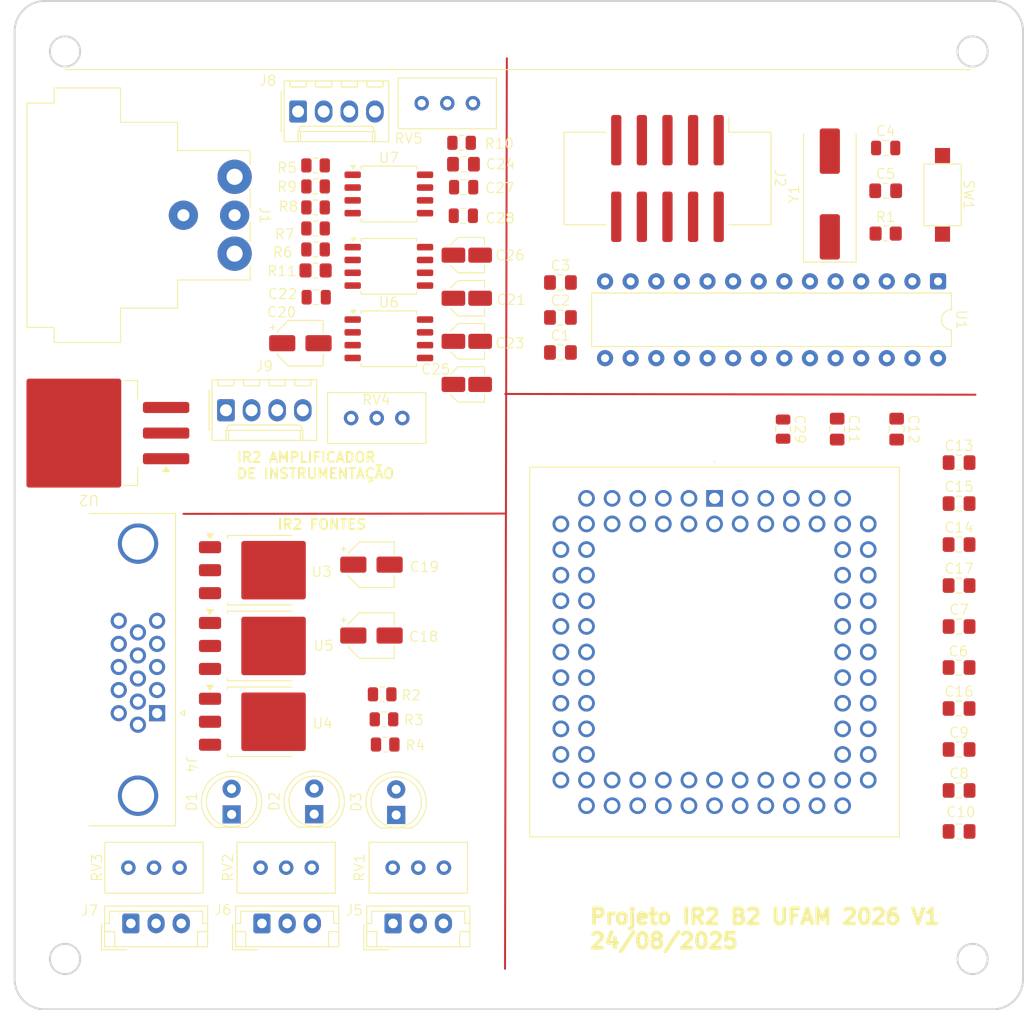
<source format=kicad_pcb>
(kicad_pcb (version 20241229) (generator "pcbnew") (generator_version "9.0")
  (title_block (title "IR2_B2_UFAM") (date "08/08/2025") (rev "V1") (company "UFAM-UFMG"))
  (layers (0 "F.Cu" signal) (2 "B.Cu" signal "B.Cu‏") (13 "F.Paste" user) (15 "B.Paste" user) (5 "F.SilkS" user "F.Silkscreen") (7 "B.SilkS" user "B.Silkscreen") (1 "F.Mask" user) (3 "B.Mask" user) (25 "Edge.Cuts" user))
  (net 0 "")
  (net 1 "Earth")
  (net 2 "/MODO E_RST E_RDR/3,3V")
  (net 3 "Net-(U6-CAP-)")
  (net 4 "Net-(U6-CAP+)")
  (net 5 "Net-(D1-A)")
  (net 6 "Net-(D2-A)")
  (net 7 "Net-(D3-A)")
  (net 8 "/MODO E_RST E_RDR/E_RDR")
  (net 9 "Net-(J3-RST)")
  (net 10 "-8,4V")
  (net 11 "/A0")
  (net 12 "/MODO E_RST E_RDR/E_RST")
  (net 13 "/A2")
  (net 14 "/Módulo Amplificador de Instrumentação/S+")
  (net 15 "/AC0")
  (net 16 "/A1")
  (net 17 "/Fontes/-8,4V")
  (net 18 "/Fontes/V+8,4V_IR2")
  (net 19 "/Fontes/V+8,4V_ATMEGA")
  (net 20 "/Fontes/V+8,4V_RST_RDR")
  (net 21 "/Módulo Amplificador de Instrumentação/VOUT")
  (net 22 "/Módulo Amplificador de Instrumentação/S-")
  (net 23 "Net-(R6-Pad1)")
  (net 24 "Net-(R7-Pad2)")
  (net 25 "Net-(R10-Pad1)")
  (net 26 "Net-(R10-Pad2)")
  (net 27 "/MODO E_RST E_RDR/V_LOAD")
  (net 32 "Net-(U1-XTAL2{slash}PB7)")
  (net 34 "/SCK")
  (net 35 "/Módulo Amplificador de Instrumentação/VIN")
  (net 36 "Net-(U1-XTAL1{slash}PB6)")
  (net 39 "2,5V")
  (net 40 "/MISO")
  (net 41 "Net-(U2-VO)")
  (net 44 "1,4V")
  (net 45 "3,3V")
  (net 46 "/RESET")
  (net 47 "Net-(U7--)")
  (net 48 "+8,4V")
  (net 49 "/RWS")
  (net 125 "/Fontes/+3,3V(IR2)")
  (net 126 "/AC1")
  (net 127 "/AC2")
  (net 128 "Net-(J3-RDR)")
  (net 130 "Net-(U7-+)")
  (net 133 "Net-(U8-2IN+)")
  (net 134 "Net-(U8-1IN+)")
  (net 135 "Net-(U7-Ref)")
  (net 136 "Net-(IC1-2IN+)")
  (net 137 "Net-(IC1-2IN-)")
  (net 138 "Net-(IC1-1IN+)")
  (footprint "Capacitor_SMD:C_0805_2012Metric_Pad1.18x1.45mm_HandSolder" (layer "F.Cu") (at 218.8425 105.662)
    (property "Reference" "C6" (at -0.0625 -1.6 0) (layer "F.SilkS") (effects (font (thickness 0.1))))
    (property "Value" "100nF")
    (pad "1" smd roundrect (at -1.0375 0) (size 1.175 1.45) (layers "F.Cu" "F.Mask" "F.Paste") (roundrect_rratio 0.212766) (net 125 "/Fontes/+3,3V(IR2)"))
    (pad "2" smd roundrect (at 1.0375 0) (size 1.175 1.45) (layers "F.Cu" "F.Mask" "F.Paste") (roundrect_rratio 0.212766) (net 1 "Earth"))
  )
  (footprint "Package_SO:SOIC-8_5.3x5.3mm_P1.27mm" (layer "F.Cu") (at 162.295 58.7)
    (property "Reference" "U7" (at 0 -3.6 0) (layer "F.SilkS") (effects (font (thickness 0.1))))
    (property "Value" "AD620")
    (pad "1" smd roundrect (at -3.5875 -1.905) (size 1.625 0.65) (layers "F.Cu" "F.Mask" "F.Paste") (net 25 "Net-(R10-Pad1)"))
    (pad "2" smd roundrect (at -3.5875 -0.635) (size 1.625 0.65) (layers "F.Cu" "F.Mask" "F.Paste") (net 47 "Net-(U7--)"))
    (pad "3" smd roundrect (at -3.5875 0.635) (size 1.625 0.65) (layers "F.Cu" "F.Mask" "F.Paste") (net 130 "Net-(U7-+)"))
    (pad "4" smd roundrect (at -3.5875 1.905) (size 1.625 0.65) (layers "F.Cu" "F.Mask" "F.Paste") (net 10 "-8,4V"))
    (pad "5" smd roundrect (at 3.5875 1.905) (size 1.625 0.65) (layers "F.Cu" "F.Mask" "F.Paste") (net 135 "Net-(U7-Ref)"))
    (pad "6" smd roundrect (at 3.5875 0.635) (size 1.625 0.65) (layers "F.Cu" "F.Mask" "F.Paste") (net 133 "Net-(U8-2IN+)"))
    (pad "7" smd roundrect (at 3.5875 -0.635) (size 1.625 0.65) (layers "F.Cu" "F.Mask" "F.Paste") (net 48 "+8,4V"))
    (pad "8" smd roundrect (at 3.5875 -1.905) (size 1.625 0.65) (layers "F.Cu" "F.Mask" "F.Paste") (net 26 "Net-(R10-Pad2)"))
  )
  (footprint "Capacitor_SMD:C_0805_2012Metric_Pad1.18x1.45mm_HandSolder" (layer "F.Cu") (at 218.8425 101.598)
    (property "Reference" "C7" (at 0 -1.68 0) (layer "F.SilkS") (effects (font (thickness 0.1))))
    (property "Value" "100nF")
    (pad "1" smd roundrect (at -1.0375 0) (size 1.175 1.45) (layers "F.Cu" "F.Mask" "F.Paste") (roundrect_rratio 0.212766) (net 125 "/Fontes/+3,3V(IR2)"))
    (pad "2" smd roundrect (at 1.0375 0) (size 1.175 1.45) (layers "F.Cu" "F.Mask" "F.Paste") (roundrect_rratio 0.212766) (net 1 "Earth"))
  )
  (footprint "Resistor_SMD:R_0805_2012Metric" (layer "F.Cu") (at 155.0275 57.953333)
    (property "Reference" "R9" (at -2.8275 0.033917 0) (layer "F.SilkS") (effects (font (thickness 0.1))))
    (property "Value" "1K")
    (pad "1" smd roundrect (at -0.9125 0) (size 1.025 1.4) (layers "F.Cu" "F.Mask" "F.Paste") (roundrect_rratio 0.243902) (net 130 "Net-(U7-+)"))
    (pad "2" smd roundrect (at 0.9125 0) (size 1.025 1.4) (layers "F.Cu" "F.Mask" "F.Paste") (roundrect_rratio 0.243902) (net 14 "/Módulo Amplificador de Instrumentação/S+"))
  )
  (footprint "Resistor_SMD:R_0805_2012Metric_Pad1.20x1.40mm_HandSolder" (layer "F.Cu") (at 155.0275 66.286667)
    (property "Reference" "R11" (at -3.3375 0.049583 0) (layer "F.SilkS") (effects (font (thickness 0.1))))
    (property "Value" "1K")
    (pad "1" smd roundrect (at -1 0) (size 1.2 1.4) (layers "F.Cu" "F.Mask" "F.Paste") (roundrect_rratio 0.208333) (net 133 "Net-(U8-2IN+)"))
    (pad "2" smd roundrect (at 1 0) (size 1.2 1.4) (layers "F.Cu" "F.Mask" "F.Paste") (roundrect_rratio 0.208333) (net 134 "Net-(U8-1IN+)"))
  )
  (footprint "Capacitor_SMD:C_0805_2012Metric" (layer "F.Cu") (at 201.39 82.02 -90)
    (property "Reference" "C29" (at 0 -1.68 270) (layer "F.SilkS") (effects (font (thickness 0.1))))
    (property "Value" "100nF")
    (pad "1" smd roundrect (at -0.95 0 270) (size 1 1.45) (layers "F.Cu" "F.Mask" "F.Paste") (net 1 "Earth"))
    (pad "2" smd roundrect (at 0.95 0 270) (size 1 1.45) (layers "F.Cu" "F.Mask" "F.Paste") (net 10 "-8,4V"))
  )
  (footprint "Capacitor_SMD:C_Elec_3x5.4" (layer "F.Cu") (at 170.02 77.59)
    (property "Reference" "C25" (at -3.07 -1.5 0) (layer "F.SilkS") (effects (font (thickness 0.1))))
    (property "Value" "10uF")
    (pad "1" smd roundrect (at -1.325 0) (size 2.35 1.5) (layers "F.Cu" "F.Mask" "F.Paste") (roundrect_rratio 0.166667) (net 3 "Net-(U6-CAP-)"))
    (pad "2" smd roundrect (at 1.325 0) (size 2.35 1.5) (layers "F.Cu" "F.Mask" "F.Paste") (roundrect_rratio 0.166667) (net 4 "Net-(U6-CAP+)"))
  )
  (footprint "Package_TO_SOT_SMD:TO-263-3_TabPin2" (layer "F.Cu") (at 132.555 82.415 180)
    (property "Reference" "U2" (at 0 -6.65 180) (layer "F.SilkS") (effects (font (thickness 0.1))))
    (property "Value" "AZ1084-5.0")
    (pad "1" smd roundrect (at -7.65 -2.54 180) (size 4.6 1.1) (layers "F.Cu" "F.Mask" "F.Paste") (roundrect_rratio 0.227273) (net 1 "Earth"))
    (pad "2" smd roundrect (at -7.65 0 180) (size 4.6 1.1) (layers "F.Cu" "F.Mask" "F.Paste") (roundrect_rratio 0.227273) (net 41 "Net-(U2-VO)"))
    (pad "2" smd roundrect (at 1.5 0 180) (size 9.4 10.8) (layers "F.Cu" "F.Mask") (roundrect_rratio 0.026596) (net 41 "Net-(U2-VO)"))
    (pad "3" smd roundrect (at -7.65 2.54 180) (size 4.6 1.1) (layers "F.Cu" "F.Mask" "F.Paste") (roundrect_rratio 0.227273) (net 18 "/Fontes/V+8,4V_IR2"))
  )
  (footprint "Capacitor_SMD:C_Elec_3x5.4" (layer "F.Cu") (at 170.02 64.77)
    (property "Reference" "C26" (at 4.29 0.02 0) (layer "F.SilkS") (effects (font (thickness 0.1))))
    (property "Value" "10uF")
    (pad "1" smd roundrect (at -1.325 0) (size 2.35 1.5) (layers "F.Cu" "F.Mask" "F.Paste") (roundrect_rratio 0.166667) (net 10 "-8,4V"))
    (pad "2" smd roundrect (at 1.325 0) (size 2.35 1.5) (layers "F.Cu" "F.Mask" "F.Paste") (roundrect_rratio 0.166667) (net 1 "Earth"))
  )
  (footprint "Capacitor_SMD:C_0805_2012Metric_Pad1.18x1.45mm_HandSolder" (layer "F.Cu") (at 218.8425 113.79)
    (property "Reference" "C9" (at 0 -1.68 0) (layer "F.SilkS") (effects (font (thickness 0.1))))
    (property "Value" "100nF")
    (pad "1" smd roundrect (at -1.0375 0) (size 1.175 1.45) (layers "F.Cu" "F.Mask" "F.Paste") (roundrect_rratio 0.212766) (net 49 "/RWS"))
    (pad "2" smd roundrect (at 1.0375 0) (size 1.175 1.45) (layers "F.Cu" "F.Mask" "F.Paste") (roundrect_rratio 0.212766) (net 1 "Earth"))
  )
  (footprint "Capacitor_SMD:C_0805_2012Metric" (layer "F.Cu") (at 169.71 58.03 180)
    (property "Reference" "C27" (at -3.58 -0.08 0) (layer "F.SilkS") (effects (font (thickness 0.1))))
    (property "Value" "100nF")
    (pad "1" smd roundrect (at -0.95 0 180) (size 1 1.45) (layers "F.Cu" "F.Mask" "F.Paste") (net 10 "-8,4V"))
    (pad "2" smd roundrect (at 0.95 0 180) (size 1 1.45) (layers "F.Cu" "F.Mask" "F.Paste") (net 1 "Earth"))
  )
  (footprint "Resistor_SMD:R_0805_2012Metric" (layer "F.Cu") (at 155.0275 64.203333)
    (property "Reference" "R6" (at -3.2675 0.275666 0) (layer "F.SilkS") (effects (font (thickness 0.1))))
    (property "Value" "1K")
    (pad "1" smd roundrect (at -0.9125 0) (size 1.025 1.4) (layers "F.Cu" "F.Mask" "F.Paste") (roundrect_rratio 0.243902) (net 23 "Net-(R6-Pad1)"))
    (pad "2" smd roundrect (at 0.9125 0) (size 1.025 1.4) (layers "F.Cu" "F.Mask" "F.Paste") (roundrect_rratio 0.243902) (net 48 "+8,4V"))
  )
  (footprint "Package_TO_SOT_SMD:TO-252-3_TabPin2" (layer "F.Cu") (at 149.6 111.04)
    (property "Reference" "U4" (at 6.135 0.17 0) (layer "F.SilkS") (effects (font (thickness 0.1))))
    (property "Value" "AZ1084-3.3")
    (pad "1" smd roundrect (at -5.04 -2.28) (size 2.2 1.2) (layers "F.Cu" "F.Mask" "F.Paste") (roundrect_rratio 0.208333) (net 1 "Earth"))
    (pad "2" smd roundrect (at -5.04 0) (size 2.2 1.2) (layers "F.Cu" "F.Mask" "F.Paste") (roundrect_rratio 0.208333) (net 2 "/MODO E_RST E_RDR/3,3V"))
    (pad "2" smd roundrect (at 1.26 0) (size 6.4 5.8) (layers "F.Cu" "F.Mask") (roundrect_rratio 0.043103) (net 2 "/MODO E_RST E_RDR/3,3V"))
    (pad "3" smd roundrect (at -5.04 2.28) (size 2.2 1.2) (layers "F.Cu" "F.Mask" "F.Paste") (roundrect_rratio 0.208333) (net 20 "/Fontes/V+8,4V_RST_RDR"))
  )
  (footprint "LED_THT:LED_D5.0mm" (layer "F.Cu") (at 146.7 120.23 90)
    (property "Reference" "D1" (at 1.27 -3.96 90) (layer "F.SilkS") (effects (font (thickness 0.1))))
    (property "Value" "LED")
    (pad "1" thru_hole rect (at 0 0 90) (size 1.8 1.8) (drill 0.9) (layers "*.Cu" "*.Mask") (net 1 "Earth"))
    (pad "2" thru_hole circle (at 2.54 0 90) (size 1.8 1.8) (drill 0.9) (layers "*.Cu" "*.Mask") (net 5 "Net-(D1-A)"))
  )
  (footprint "Capacitor_SMD:C_0805_2012Metric_Pad1.18x1.45mm_HandSolder" (layer "F.Cu") (at 218.8425 85.342)
    (property "Reference" "C13" (at 0 -1.68 0) (layer "F.SilkS") (effects (font (thickness 0.1))))
    (property "Value" "100nF")
    (pad "1" smd roundrect (at -1.0375 0) (size 1.175 1.45) (layers "F.Cu" "F.Mask" "F.Paste") (roundrect_rratio 0.212766) (net 13 "/A2"))
    (pad "2" smd roundrect (at 1.0375 0) (size 1.175 1.45) (layers "F.Cu" "F.Mask" "F.Paste") (roundrect_rratio 0.212766) (net 1 "Earth"))
  )
  (footprint "Capacitor_SMD:C_Elec_3x5.4" (layer "F.Cu") (at 170.02 69.043333)
    (property "Reference" "C21" (at 4.41 0.146667 0) (layer "F.SilkS") (effects (font (thickness 0.1))))
    (property "Value" "10uF")
    (pad "1" smd roundrect (at -1.325 0) (size 2.35 1.5) (layers "F.Cu" "F.Mask" "F.Paste") (roundrect_rratio 0.166667) (net 48 "+8,4V"))
    (pad "2" smd roundrect (at 1.325 0) (size 2.35 1.5) (layers "F.Cu" "F.Mask" "F.Paste") (roundrect_rratio 0.166667) (net 1 "Earth"))
  )
  (footprint "Capacitor_SMD:C_0805_2012Metric_Pad1.18x1.45mm_HandSolder" (layer "F.Cu") (at 169.6925 55.75)
    (property "Reference" "C24" (at 3.6775 0 0) (layer "F.SilkS") (effects (font (thickness 0.1))))
    (property "Value" "100nF")
    (pad "1" smd roundrect (at -1.0375 0) (size 1.175 1.45) (layers "F.Cu" "F.Mask" "F.Paste") (roundrect_rratio 0.212766) (net 48 "+8,4V"))
    (pad "2" smd roundrect (at 1.0375 0) (size 1.175 1.45) (layers "F.Cu" "F.Mask" "F.Paste") (roundrect_rratio 0.212766) (net 1 "Earth"))
  )
  (footprint "Capacitor_SMD:C_0805_2012Metric" (layer "F.Cu") (at 211.5625 54.14)
    (property "Reference" "C4" (at 0 -1.68 0) (layer "F.SilkS") (effects (font (thickness 0.1))))
    (property "Value" "22pF")
    (pad "1" smd roundrect (at -0.95 0) (size 1 1.45) (layers "F.Cu" "F.Mask" "F.Paste") (net 36 "Net-(U1-XTAL1{slash}PB6)"))
    (pad "2" smd roundrect (at 0.95 0) (size 1 1.45) (layers "F.Cu" "F.Mask" "F.Paste") (net 1 "Earth"))
  )
  (footprint "Button_Switch_SMD:SW_SPST_CK_RS282G05A3" (layer "F.Cu") (at 217.2 58.79 -90)
    (property "Reference" "SW1" (at 0 -2.6 270) (layer "F.SilkS") (effects (font (thickness 0.1))))
    (property "Value" "SW_SPST_CK_RS282G05A3")
    (pad "1" smd rect (at -3.9 0 270) (size 1.5 1.5) (layers "F.Cu" "F.Mask" "F.Paste") (net 46 "/RESET"))
    (pad "2" smd rect (at 3.9 0 270) (size 1.5 1.5) (layers "F.Cu" "F.Mask" "F.Paste") (net 46 "/RESET"))
  )
  (footprint "Connector_JST:JST_EH_B3B-EH-A_1x03_P2.50mm_Vertical" (layer "F.Cu") (at 162.71 131.04)
    (property "Reference" "J5" (at -3.84 -1.3 0) (layer "F.SilkS") (effects (font (thickness 0.1))))
    (property "Value" "Conn_01x03_Pin")
    (pad "1" thru_hole roundrect (at 0 0) (size 1.7 1.95) (drill 0.95) (layers "*.Cu" "*.Mask") (roundrect_rratio 0.147059) (net 2 "/MODO E_RST E_RDR/3,3V"))
    (pad "2" thru_hole oval (at 2.5 0) (size 1.7 1.95) (drill 0.95) (layers "*.Cu" "*.Mask") (net 1 "Earth"))
    (pad "3" thru_hole oval (at 5 0) (size 1.7 1.95) (drill 0.95) (layers "*.Cu" "*.Mask") (net 1 "Earth"))
  )
  (footprint "Capacitor_SMD:C_0805_2012Metric_Pad1.18x1.45mm_HandSolder" (layer "F.Cu") (at 218.8425 89.406)
    (property "Reference" "C15" (at 0 -1.68 0) (layer "F.SilkS") (effects (font (thickness 0.1))))
    (property "Value" "100nF")
    (pad "1" smd roundrect (at -1.0375 0) (size 1.175 1.45) (layers "F.Cu" "F.Mask" "F.Paste") (roundrect_rratio 0.212766) (net 126 "/AC1"))
    (pad "2" smd roundrect (at 1.0375 0) (size 1.175 1.45) (layers "F.Cu" "F.Mask" "F.Paste") (roundrect_rratio 0.212766) (net 1 "Earth"))
  )
  (footprint "Capacitor_SMD:C_0805_2012Metric_Pad1.18x1.45mm_HandSolder" (layer "F.Cu") (at 212.65 82.02 -90)
    (property "Reference" "C12" (at 0 -1.68 270) (layer "F.SilkS") (effects (font (thickness 0.1))))
    (property "Value" "100nF")
    (pad "1" smd roundrect (at -1.0375 0 270) (size 1.175 1.45) (layers "F.Cu" "F.Mask" "F.Paste") (roundrect_rratio 0.212766) (net 16 "/A1"))
    (pad "2" smd roundrect (at 1.0375 0 270) (size 1.175 1.45) (layers "F.Cu" "F.Mask" "F.Paste") (roundrect_rratio 0.212766) (net 1 "Earth"))
  )
  (footprint "Capacitor_SMD:C_0805_2012Metric_Pad1.18x1.45mm_HandSolder" (layer "F.Cu") (at 211.5625 58.385)
    (property "Reference" "C5" (at 0 -1.68 0) (layer "F.SilkS") (effects (font (thickness 0.1))))
    (property "Value" "22pF")
    (pad "1" smd roundrect (at -1.0375 0) (size 1.175 1.45) (layers "F.Cu" "F.Mask" "F.Paste") (roundrect_rratio 0.212766) (net 32 "Net-(U1-XTAL2{slash}PB7)"))
    (pad "2" smd roundrect (at 1.0375 0) (size 1.175 1.45) (layers "F.Cu" "F.Mask" "F.Paste") (roundrect_rratio 0.212766) (net 1 "Earth"))
  )
  (footprint "Capacitor_SMD:CP_Elec_4x5.8" (layer "F.Cu") (at 160.57 102.49)
    (property "Reference" "C18" (at 5.18 0.12 0) (layer "F.SilkS") (effects (font (thickness 0.1))))
    (property "Value" "22uF")
    (pad "1" smd roundrect (at -1.8 0) (size 2.6 1.6) (layers "F.Cu" "F.Mask" "F.Paste") (roundrect_rratio 0.15625) (net 125 "/Fontes/+3,3V(IR2)"))
    (pad "2" smd roundrect (at 1.8 0) (size 2.6 1.6) (layers "F.Cu" "F.Mask" "F.Paste") (roundrect_rratio 0.15625) (net 1 "Earth"))
  )
  (footprint "Capacitor_SMD:C_0805_2012Metric" (layer "F.Cu") (at 169.68 60.86)
    (property "Reference" "C28" (at 3.65 0.24 0) (layer "F.SilkS") (effects (font (thickness 0.1))))
    (property "Value" "100nF")
    (pad "1" smd roundrect (at -0.95 0) (size 1 1.45) (layers "F.Cu" "F.Mask" "F.Paste") (net 10 "-8,4V"))
    (pad "2" smd roundrect (at 0.95 0) (size 1 1.45) (layers "F.Cu" "F.Mask" "F.Paste") (net 48 "+8,4V"))
  )
  (footprint "Capacitor_SMD:C_0805_2012Metric_Pad1.18x1.45mm_HandSolder" (layer "F.Cu") (at 218.8425 93.47)
    (property "Reference" "C14" (at 0 -1.68 0) (layer "F.SilkS") (effects (font (thickness 0.1))))
    (property "Value" "100nF")
    (pad "1" smd roundrect (at -1.0375 0) (size 1.175 1.45) (layers "F.Cu" "F.Mask" "F.Paste") (roundrect_rratio 0.212766) (net 15 "/AC0"))
    (pad "2" smd roundrect (at 1.0375 0) (size 1.175 1.45) (layers "F.Cu" "F.Mask" "F.Paste") (roundrect_rratio 0.212766) (net 1 "Earth"))
  )
  (footprint "Resistor_SMD:R_0805_2012Metric_Pad1.20x1.40mm_HandSolder" (layer "F.Cu") (at 211.5625 62.63)
    (property "Reference" "R1" (at 0 -1.65 0) (layer "F.SilkS") (effects (font (thickness 0.1))))
    (property "Value" "10K")
    (pad "1" smd roundrect (at -1 0) (size 1.2 1.4) (layers "F.Cu" "F.Mask" "F.Paste") (roundrect_rratio 0.208333) (net 45 "3,3V"))
    (pad "2" smd roundrect (at 1 0) (size 1.2 1.4) (layers "F.Cu" "F.Mask" "F.Paste") (roundrect_rratio 0.208333) (net 46 "/RESET"))
  )
  (footprint "Connector_JST:JST_EH_B3B-EH-A_1x03_P2.50mm_Vertical" (layer "F.Cu") (at 136.71 131.04)
    (property "Reference" "J7" (at -4.1 -1.27 0) (layer "F.SilkS") (effects (font (thickness 0.1))))
    (property "Value" "Conn_01x03_Pin")
    (pad "1" thru_hole roundrect (at 0 0) (size 1.7 1.95) (drill 0.95) (layers "*.Cu" "*.Mask") (roundrect_rratio 0.147059) (net 2 "/MODO E_RST E_RDR/3,3V"))
    (pad "2" thru_hole oval (at 2.5 0) (size 1.7 1.95) (drill 0.95) (layers "*.Cu" "*.Mask") (net 8 "/MODO E_RST E_RDR/E_RDR"))
    (pad "3" thru_hole oval (at 5 0) (size 1.7 1.95) (drill 0.95) (layers "*.Cu" "*.Mask") (net 44 "1,4V"))
  )
  (footprint "Package_TO_SOT_SMD:TO-252-3_TabPin2" (layer "F.Cu") (at 149.6 103.525)
    (property "Reference" "U5" (at 6.215 -0.025 0) (layer "F.SilkS") (effects (font (thickness 0.1))))
    (property "Value" "AZ1084-3.3")
    (pad "1" smd roundrect (at -5.04 -2.28) (size 2.2 1.2) (layers "F.Cu" "F.Mask" "F.Paste") (roundrect_rratio 0.208333) (net 1 "Earth"))
    (pad "2" smd roundrect (at -5.04 0) (size 2.2 1.2) (layers "F.Cu" "F.Mask" "F.Paste") (roundrect_rratio 0.208333) (net 45 "3,3V"))
    (pad "2" smd roundrect (at 1.26 0) (size 6.4 5.8) (layers "F.Cu" "F.Mask") (roundrect_rratio 0.043103) (net 45 "3,3V"))
    (pad "3" smd roundrect (at -5.04 2.28) (size 2.2 1.2) (layers "F.Cu" "F.Mask" "F.Paste") (roundrect_rratio 0.208333) (net 19 "/Fontes/V+8,4V_ATMEGA"))
  )
  (footprint "Capacitor_SMD:C_0805_2012Metric_Pad1.18x1.45mm_HandSolder" (layer "F.Cu") (at 218.8425 109.726)
    (property "Reference" "C16" (at 0 -1.68 0) (layer "F.SilkS") (effects (font (thickness 0.1))))
    (property "Value" "100nF")
    (pad "1" smd roundrect (at -1.0375 0) (size 1.175 1.45) (layers "F.Cu" "F.Mask" "F.Paste") (roundrect_rratio 0.212766) (net 127 "/AC2"))
    (pad "2" smd roundrect (at 1.0375 0) (size 1.175 1.45) (layers "F.Cu" "F.Mask" "F.Paste") (roundrect_rratio 0.212766) (net 1 "Earth"))
  )
  (footprint "IR2_Library:IR2_UFAM_V0_PLCC84" (layer "F.Cu") (at 194.595 88.885)
    (property "Reference" "J3" (hide yes))
    (property "Value" "IR2_UFAM_V0_PLCC84" (hide yes))
    (pad "1" thru_hole rect (at 0 0) (size 1.65 1.65) (drill 1.1) (layers "*.Cu" "*.Mask") (net 125 "/Fontes/+3,3V(IR2)"))
    (pad "2" thru_hole circle (at 0 2.54) (size 1.65 1.65) (drill 1.1) (layers "*.Cu" "*.Mask"))
    (pad "3" thru_hole circle (at -2.54 0) (size 1.65 1.65) (drill 1.1) (layers "*.Cu" "*.Mask"))
    (pad "4" thru_hole circle (at -2.54 2.54) (size 1.65 1.65) (drill 1.1) (layers "*.Cu" "*.Mask"))
    (pad "5" thru_hole circle (at -5.08 0) (size 1.65 1.65) (drill 1.1) (layers "*.Cu" "*.Mask"))
    (pad "6" thru_hole circle (at -5.08 2.54) (size 1.65 1.65) (drill 1.1) (layers "*.Cu" "*.Mask"))
    (pad "7" thru_hole circle (at -7.62 0) (size 1.65 1.65) (drill 1.1) (layers "*.Cu" "*.Mask"))
    (pad "8" thru_hole circle (at -7.62 2.54) (size 1.65 1.65) (drill 1.1) (layers "*.Cu" "*.Mask"))
    (pad "9" thru_hole circle (at -10.16 0) (size 1.65 1.65) (drill 1.1) (layers "*.Cu" "*.Mask"))
    (pad "10" thru_hole circle (at -10.16 2.54) (size 1.65 1.65) (drill 1.1) (layers "*.Cu" "*.Mask"))
    (pad "11" thru_hole circle (at -12.7 0) (size 1.65 1.65) (drill 1.1) (layers "*.Cu" "*.Mask"))
    (pad "12" thru_hole circle (at -15.24 2.54) (size 1.65 1.65) (drill 1.1) (layers "*.Cu" "*.Mask"))
    (pad "13" thru_hole circle (at -12.7 2.54) (size 1.65 1.65) (drill 1.1) (layers "*.Cu" "*.Mask"))
    (pad "14" thru_hole circle (at -15.24 5.08) (size 1.65 1.65) (drill 1.1) (layers "*.Cu" "*.Mask"))
    (pad "15" thru_hole circle (at -12.7 5.08) (size 1.65 1.65) (drill 1.1) (layers "*.Cu" "*.Mask"))
    (pad "16" thru_hole circle (at -15.24 7.62) (size 1.65 1.65) (drill 1.1) (layers "*.Cu" "*.Mask") (net 27 "/MODO E_RST E_RDR/V_LOAD"))
    (pad "17" thru_hole circle (at -12.7 7.62) (size 1.65 1.65) (drill 1.1) (layers "*.Cu" "*.Mask"))
    (pad "18" thru_hole circle (at -15.24 10.16) (size 1.65 1.65) (drill 1.1) (layers "*.Cu" "*.Mask"))
    (pad "19" thru_hole circle (at -12.7 10.16) (size 1.65 1.65) (drill 1.1) (layers "*.Cu" "*.Mask"))
    (pad "20" thru_hole circle (at -15.24 12.7) (size 1.65 1.65) (drill 1.1) (layers "*.Cu" "*.Mask"))
    (pad "21" thru_hole circle (at -12.7 12.7) (size 1.65 1.65) (drill 1.1) (layers "*.Cu" "*.Mask"))
    (pad "22" thru_hole circle (at -15.24 15.24) (size 1.65 1.65) (drill 1.1) (layers "*.Cu" "*.Mask"))
    (pad "23" thru_hole circle (at -12.7 15.24) (size 1.65 1.65) (drill 1.1) (layers "*.Cu" "*.Mask") (net 12 "/MODO E_RST E_RDR/E_RST"))
    (pad "24" thru_hole circle (at -15.24 17.78) (size 1.65 1.65) (drill 1.1) (layers "*.Cu" "*.Mask"))
    (pad "25" thru_hole circle (at -12.7 17.78) (size 1.65 1.65) (drill 1.1) (layers "*.Cu" "*.Mask"))
    (pad "26" thru_hole circle (at -15.24 20.32) (size 1.65 1.65) (drill 1.1) (layers "*.Cu" "*.Mask"))
    (pad "27" thru_hole circle (at -12.7 20.32) (size 1.65 1.65) (drill 1.1) (layers "*.Cu" "*.Mask"))
    (pad "28" thru_hole circle (at -15.24 22.86) (size 1.65 1.65) (drill 1.1) (layers "*.Cu" "*.Mask"))
    (pad "29" thru_hole circle (at -12.7 22.86) (size 1.65 1.65) (drill 1.1) (layers "*.Cu" "*.Mask"))
    (pad "30" thru_hole circle (at -15.24 25.4) (size 1.65 1.65) (drill 1.1) (layers "*.Cu" "*.Mask"))
    (pad "31" thru_hole circle (at -12.7 25.4) (size 1.65 1.65) (drill 1.1) (layers "*.Cu" "*.Mask"))
    (pad "32" thru_hole circle (at -15.24 27.94) (size 1.65 1.65) (drill 1.1) (layers "*.Cu" "*.Mask"))
    (pad "33" thru_hole circle (at -12.7 30.48) (size 1.65 1.65) (drill 1.1) (layers "*.Cu" "*.Mask"))
    (pad "34" thru_hole circle (at -12.7 27.94) (size 1.65 1.65) (drill 1.1) (layers "*.Cu" "*.Mask"))
    (pad "35" thru_hole circle (at -10.16 30.48) (size 1.65 1.65) (drill 1.1) (layers "*.Cu" "*.Mask"))
    (pad "36" thru_hole circle (at -10.16 27.94) (size 1.65 1.65) (drill 1.1) (layers "*.Cu" "*.Mask"))
    (pad "37" thru_hole circle (at -7.62 30.48) (size 1.65 1.65) (drill 1.1) (layers "*.Cu" "*.Mask"))
    (pad "38" thru_hole circle (at -7.62 27.94) (size 1.65 1.65) (drill 1.1) (layers "*.Cu" "*.Mask") (net 8 "/MODO E_RST E_RDR/E_RDR"))
    (pad "39" thru_hole circle (at -5.08 30.48) (size 1.65 1.65) (drill 1.1) (layers "*.Cu" "*.Mask") (net 1 "Earth"))
    (pad "40" thru_hole circle (at -5.08 27.94) (size 1.65 1.65) (drill 1.1) (layers "*.Cu" "*.Mask") (net 22 "/Módulo Amplificador de Instrumentação/S-"))
    (pad "41" thru_hole circle (at -2.54 30.48) (size 1.65 1.65) (drill 1.1) (layers "*.Cu" "*.Mask"))
    (pad "42" thru_hole circle (at -2.54 27.94) (size 1.65 1.65) (drill 1.1) (layers "*.Cu" "*.Mask"))
    (pad "43" thru_hole circle (at 0 30.48) (size 1.65 1.65) (drill 1.1) (layers "*.Cu" "*.Mask"))
    (pad "44" thru_hole circle (at 0 27.94) (size 1.65 1.65) (drill 1.1) (layers "*.Cu" "*.Mask"))
    (pad "45" thru_hole circle (at 2.54 30.48) (size 1.65 1.65) (drill 1.1) (layers "*.Cu" "*.Mask"))
    (pad "46" thru_hole circle (at 2.54 27.94) (size 1.65 1.65) (drill 1.1) (layers "*.Cu" "*.Mask"))
    (pad "47" thru_hole circle (at 5.08 30.48) (size 1.65 1.65) (drill 1.1) (layers "*.Cu" "*.Mask"))
    (pad "48" thru_hole circle (at 5.08 27.94) (size 1.65 1.65) (drill 1.1) (layers "*.Cu" "*.Mask"))
    (pad "49" thru_hole circle (at 7.62 30.48) (size 1.65 1.65) (drill 1.1) (layers "*.Cu" "*.Mask"))
    (pad "50" thru_hole circle (at 7.62 27.94) (size 1.65 1.65) (drill 1.1) (layers "*.Cu" "*.Mask"))
    (pad "51" thru_hole circle (at 10.16 30.48) (size 1.65 1.65) (drill 1.1) (layers "*.Cu" "*.Mask") (net 9 "Net-(J3-RST)"))
    (pad "52" thru_hole circle (at 10.16 27.94) (size 1.65 1.65) (drill 1.1) (layers "*.Cu" "*.Mask"))
    (pad "53" thru_hole circle (at 12.7 30.48) (size 1.65 1.65) (drill 1.1) (layers "*.Cu" "*.Mask"))
    (pad "54" thru_hole circle (at 15.24 27.94) (size 1.65 1.65) (drill 1.1) (layers "*.Cu" "*.Mask") (net 49 "/RWS"))
    (pad "55" thru_hole circle (at 12.7 27.94) (size 1.65 1.65) (drill 1.1) (layers "*.Cu" "*.Mask") (net 128 "Net-(J3-RDR)"))
    (pad "56" thru_hole circle (at 15.24 25.4) (size 1.65 1.65) (drill 1.1) (layers "*.Cu" "*.Mask") (net 1 "Earth"))
    (pad "57" thru_hole circle (at 12.7 25.4) (size 1.65 1.65) (drill 1.1) (layers "*.Cu" "*.Mask"))
    (pad "58" thru_hole circle (at 15.24 22.86) (size 1.65 1.65) (drill 1.1) (layers "*.Cu" "*.Mask"))
    (pad "59" thru_hole circle (at 12.7 22.86) (size 1.65 1.65) (drill 1.1) (layers "*.Cu" "*.Mask"))
    (pad "60" thru_hole circle (at 15.24 20.32) (size 1.65 1.65) (drill 1.1) (layers "*.Cu" "*.Mask"))
    (pad "61" thru_hole circle (at 12.7 20.32) (size 1.65 1.65) (drill 1.1) (layers "*.Cu" "*.Mask"))
    (pad "62" thru_hole circle (at 15.24 17.78) (size 1.65 1.65) (drill 1.1) (layers "*.Cu" "*.Mask"))
    (pad "63" thru_hole circle (at 12.7 17.78) (size 1.65 1.65) (drill 1.1) (layers "*.Cu" "*.Mask"))
    (pad "64" thru_hole circle (at 15.24 15.24) (size 1.65 1.65) (drill 1.1) (layers "*.Cu" "*.Mask"))
    (pad "65" thru_hole circle (at 12.7 15.24) (size 1.65 1.65) (drill 1.1) (layers "*.Cu" "*.Mask"))
    (pad "66" thru_hole circle (at 15.24 12.7) (size 1.65 1.65) (drill 1.1) (layers "*.Cu" "*.Mask") (net 125 "/Fontes/+3,3V(IR2)"))
    (pad "67" thru_hole circle (at 12.7 12.7) (size 1.65 1.65) (drill 1.1) (layers "*.Cu" "*.Mask") (net 127 "/AC2"))
    (pad "68" thru_hole circle (at 15.24 10.16) (size 1.65 1.65) (drill 1.1) (layers "*.Cu" "*.Mask") (net 126 "/AC1"))
    (pad "69" thru_hole circle (at 12.7 10.16) (size 1.65 1.65) (drill 1.1) (layers "*.Cu" "*.Mask") (net 15 "/AC0"))
    (pad "70" thru_hole circle (at 15.24 7.62) (size 1.65 1.65) (drill 1.1) (layers "*.Cu" "*.Mask") (net 13 "/A2"))
    (pad "71" thru_hole circle (at 12.7 7.62) (size 1.65 1.65) (drill 1.1) (layers "*.Cu" "*.Mask") (net 16 "/A1"))
    (pad "72" thru_hole circle (at 15.24 5.08) (size 1.65 1.65) (drill 1.1) (layers "*.Cu" "*.Mask") (net 11 "/A0"))
    (pad "73" thru_hole circle (at 12.7 5.08) (size 1.65 1.65) (drill 1.1) (layers "*.Cu" "*.Mask"))
    (pad "74" thru_hole circle (at 15.24 2.54) (size 1.65 1.65) (drill 1.1) (layers "*.Cu" "*.Mask") (net 125 "/Fontes/+3,3V(IR2)"))
    (pad "75" thru_hole circle (at 12.7 0) (size 1.65 1.65) (drill 1.1) (layers "*.Cu" "*.Mask"))
    (pad "76" thru_hole circle (at 12.7 2.54) (size 1.65 1.65) (drill 1.1) (layers "*.Cu" "*.Mask"))
    (pad "77" thru_hole circle (at 10.16 0) (size 1.65 1.65) (drill 1.1) (layers "*.Cu" "*.Mask"))
    (pad "78" thru_hole circle (at 10.16 2.54) (size 1.65 1.65) (drill 1.1) (layers "*.Cu" "*.Mask"))
    (pad "79" thru_hole circle (at 7.62 0) (size 1.65 1.65) (drill 1.1) (layers "*.Cu" "*.Mask"))
    (pad "80" thru_hole circle (at 7.62 2.54) (size 1.65 1.65) (drill 1.1) (layers "*.Cu" "*.Mask"))
    (pad "81" thru_hole circle (at 5.08 0) (size 1.65 1.65) (drill 1.1) (layers "*.Cu" "*.Mask"))
    (pad "82" thru_hole circle (at 5.08 2.54) (size 1.65 1.65) (drill 1.1) (layers "*.Cu" "*.Mask"))
    (pad "83" thru_hole circle (at 2.54 0) (size 1.65 1.65) (drill 1.1) (layers "*.Cu" "*.Mask"))
    (pad "84" thru_hole circle (at 2.54 2.54) (size 1.65 1.65) (drill 1.1) (layers "*.Cu" "*.Mask"))
  )
  (footprint "Connector_JST:JST_EH_B3B-EH-A_1x03_P2.50mm_Vertical" (layer "F.Cu") (at 149.71 131.04)
    (property "Reference" "J6" (at -3.87 -1.35 0) (layer "F.SilkS") (effects (font (thickness 0.1))))
    (property "Value" "Conn_01x03_Pin")
    (pad "1" thru_hole roundrect (at 0 0) (size 1.7 1.95) (drill 0.95) (layers "*.Cu" "*.Mask") (roundrect_rratio 0.147059) (net 1 "Earth"))
    (pad "2" thru_hole oval (at 2.5 0) (size 1.7 1.95) (drill 0.95) (layers "*.Cu" "*.Mask") (net 12 "/MODO E_RST E_RDR/E_RST"))
    (pad "3" thru_hole oval (at 5 0) (size 1.7 1.95) (drill 0.95) (layers "*.Cu" "*.Mask") (net 39 "2,5V"))
  )
  (footprint "Potentiometer_THT:Potentiometer_Bourns_3296W_Vertical" (layer "F.Cu") (at 141.545 125.51)
    (property "Reference" "RV3" (at -8.195 0.005 90) (layer "F.SilkS") (effects (font (thickness 0.1))))
    (property "Value" "10K")
    (pad "1" thru_hole circle (at 0 0) (size 1.44 1.44) (drill 0.8) (layers "*.Cu" "*.Mask") (net 2 "/MODO E_RST E_RDR/3,3V"))
    (pad "2" thru_hole circle (at -2.54 0) (size 1.44 1.44) (drill 0.8) (layers "*.Cu" "*.Mask") (net 27 "/MODO E_RST E_RDR/V_LOAD"))
    (pad "3" thru_hole circle (at -5.08 0) (size 1.44 1.44) (drill 0.8) (layers "*.Cu" "*.Mask") (net 1 "Earth"))
  )
  (footprint "Connector_Dsub:DSUB-15-HD_Socket_Horizontal_P2.29x1.90mm_EdgePinOffset3.03mm_Housed_MountingHolesOffset4.94mm" (layer "F.Cu") (at 139.31 110.19 -90)
    (property "Reference" "J4" (at 5.07 -3.37 270) (layer "F.SilkS") (effects (font (thickness 0.1))))
    (property "Value" "DE15_Socket_HighDensity_MountingHoles")
    (pad "0" thru_hole circle (at -16.815 1.89 270) (size 4 4) (drill 3.2) (layers "*.Cu" "*.Mask") (net 1 "Earth"))
    (pad "0" thru_hole circle (at 8.185 1.89 270) (size 4 4) (drill 3.2) (layers "*.Cu" "*.Mask") (net 1 "Earth"))
    (pad "1" thru_hole rect (at 0 0 270) (size 1.6 1.6) (drill 1) (layers "*.Cu" "*.Mask"))
    (pad "2" thru_hole circle (at -2.29 0 270) (size 1.6 1.6) (drill 1) (layers "*.Cu" "*.Mask"))
    (pad "3" thru_hole circle (at -4.58 0 270) (size 1.6 1.6) (drill 1) (layers "*.Cu" "*.Mask"))
    (pad "4" thru_hole circle (at -6.87 0 270) (size 1.6 1.6) (drill 1) (layers "*.Cu" "*.Mask"))
    (pad "5" thru_hole circle (at -9.16 0 270) (size 1.6 1.6) (drill 1) (layers "*.Cu" "*.Mask") (net 19 "/Fontes/V+8,4V_ATMEGA"))
    (pad "6" thru_hole circle (at 1.145 1.9 270) (size 1.6 1.6) (drill 1) (layers "*.Cu" "*.Mask"))
    (pad "7" thru_hole circle (at -1.145 1.9 270) (size 1.6 1.6) (drill 1) (layers "*.Cu" "*.Mask"))
    (pad "8" thru_hole circle (at -3.435 1.9 270) (size 1.6 1.6) (drill 1) (layers "*.Cu" "*.Mask"))
    (pad "9" thru_hole circle (at -5.725 1.9 270) (size 1.6 1.6) (drill 1) (layers "*.Cu" "*.Mask"))
    (pad "10" thru_hole circle (at -8.015 1.9 270) (size 1.6 1.6) (drill 1) (layers "*.Cu" "*.Mask"))
    (pad "11" thru_hole circle (at 0 3.8 270) (size 1.6 1.6) (drill 1) (layers "*.Cu" "*.Mask") (net 35 "/Módulo Amplificador de Instrumentação/VIN"))
    (pad "12" thru_hole circle (at -2.29 3.8 270) (size 1.6 1.6) (drill 1) (layers "*.Cu" "*.Mask") (net 1 "Earth"))
    (pad "13" thru_hole circle (at -4.58 3.8 270) (size 1.6 1.6) (drill 1) (layers "*.Cu" "*.Mask") (net 17 "/Fontes/-8,4V"))
    (pad "14" thru_hole circle (at -6.87 3.8 270) (size 1.6 1.6) (drill 1) (layers "*.Cu" "*.Mask") (net 18 "/Fontes/V+8,4V_IR2"))
    (pad "15" thru_hole circle (at -9.16 3.8 270) (size 1.6 1.6) (drill 1) (layers "*.Cu" "*.Mask") (net 20 "/Fontes/V+8,4V_RST_RDR"))
  )
  (footprint "Connector_IDC:IDC-Header_2x05_P2.54mm_Vertical_SMD" (layer "F.Cu") (at 189.925 57.165 -90)
    (property "Reference" "J2" (at 0 -11.16 270) (layer "F.SilkS") (effects (font (thickness 0.1))))
    (property "Value" "USBAsp")
    (pad "1" smd roundrect (at -3.8 -5.08 270) (size 5 1.02) (layers "F.Cu" "F.Mask" "F.Paste") (roundrect_rratio 0.245098) (net 49 "/RWS"))
    (pad "2" smd roundrect (at 3.8 -5.08 270) (size 5 1.02) (layers "F.Cu" "F.Mask" "F.Paste") (roundrect_rratio 0.245098) (net 45 "3,3V"))
    (pad "3" smd roundrect (at -3.8 -2.54 270) (size 5 1.02) (layers "F.Cu" "F.Mask" "F.Paste") (roundrect_rratio 0.245098))
    (pad "4" smd roundrect (at 3.8 -2.54 270) (size 5 1.02) (layers "F.Cu" "F.Mask" "F.Paste") (roundrect_rratio 0.245098) (net 1 "Earth"))
    (pad "5" smd roundrect (at -3.8 0 270) (size 5 1.02) (layers "F.Cu" "F.Mask" "F.Paste") (roundrect_rratio 0.245098) (net 46 "/RESET"))
    (pad "6" smd roundrect (at 3.8 0 270) (size 5 1.02) (layers "F.Cu" "F.Mask" "F.Paste") (roundrect_rratio 0.245098) (net 1 "Earth"))
    (pad "7" smd roundrect (at -3.8 2.54 270) (size 5 1.02) (layers "F.Cu" "F.Mask" "F.Paste") (roundrect_rratio 0.245098) (net 34 "/SCK"))
    (pad "8" smd roundrect (at 3.8 2.54 270) (size 5 1.02) (layers "F.Cu" "F.Mask" "F.Paste") (roundrect_rratio 0.245098) (net 1 "Earth"))
    (pad "9" smd roundrect (at -3.8 5.08 270) (size 5 1.02) (layers "F.Cu" "F.Mask" "F.Paste") (roundrect_rratio 0.245098) (net 40 "/MISO"))
    (pad "10" smd roundrect (at 3.8 5.08 270) (size 5 1.02) (layers "F.Cu" "F.Mask" "F.Paste") (roundrect_rratio 0.245098) (net 1 "Earth"))
  )
  (footprint "Resistor_SMD:R_0805_2012Metric" (layer "F.Cu") (at 161.93 113.3)
    (property "Reference" "R4" (at 2.99 0.08 0) (layer "F.SilkS") (effects (font (thickness 0.1))))
    (property "Value" "220R")
    (pad "1" smd roundrect (at -0.9125 0) (size 1.025 1.4) (layers "F.Cu" "F.Mask" "F.Paste") (roundrect_rratio 0.243902) (net 45 "3,3V"))
    (pad "2" smd roundrect (at 0.9125 0) (size 1.025 1.4) (layers "F.Cu" "F.Mask" "F.Paste") (roundrect_rratio 0.243902) (net 7 "Net-(D3-A)"))
  )
  (footprint "Connector_Molex:Molex_KK-254_AE-6410-04A_1x04_P2.54mm_Vertical" (layer "F.Cu") (at 153.29 50.52465)
    (property "Reference" "J8" (at -3 -3.06465 0) (layer "F.SilkS") (effects (font (thickness 0.1))))
    (property "Value" "Entrada")
    (pad "1" thru_hole roundrect (at 0 0) (size 1.74 2.19) (drill 1.19) (layers "*.Cu" "*.Mask") (roundrect_rratio 0.143678) (net 35 "/Módulo Amplificador de Instrumentação/VIN"))
    (pad "2" thru_hole oval (at 2.54 0) (size 1.74 2.19) (drill 1.19) (layers "*.Cu" "*.Mask") (net 1 "Earth"))
    (pad "3" thru_hole oval (at 5.08 0) (size 1.74 2.19) (drill 1.19) (layers "*.Cu" "*.Mask") (net 22 "/Módulo Amplificador de Instrumentação/S-"))
    (pad "4" thru_hole oval (at 7.62 0) (size 1.74 2.19) (drill 1.19) (layers "*.Cu" "*.Mask") (net 14 "/Módulo Amplificador de Instrumentação/S+"))
  )
  (footprint "Capacitor_SMD:C_0805_2012Metric_Pad1.18x1.45mm_HandSolder" (layer "F.Cu") (at 206.75 82.02 -90)
    (property "Reference" "C11" (at 0 -1.68 270) (layer "F.SilkS") (effects (font (thickness 0.1))))
    (property "Value" "100nF")
    (pad "1" smd roundrect (at -1.0375 0 270) (size 1.175 1.45) (layers "F.Cu" "F.Mask" "F.Paste") (roundrect_rratio 0.212766) (net 11 "/A0"))
    (pad "2" smd roundrect (at 1.0375 0 270) (size 1.175 1.45) (layers "F.Cu" "F.Mask" "F.Paste") (roundrect_rratio 0.212766) (net 1 "Earth"))
  )
  (footprint "Capacitor_SMD:C_0805_2012Metric" (layer "F.Cu") (at 155.09 68.94)
    (property "Reference" "C22" (at -3.34 -0.32 0) (layer "F.SilkS") (effects (font (thickness 0.1))))
    (property "Value" "100nF")
    (pad "1" smd roundrect (at -0.95 0) (size 1 1.45) (layers "F.Cu" "F.Mask" "F.Paste") (net 48 "+8,4V"))
    (pad "2" smd roundrect (at 0.95 0) (size 1 1.45) (layers "F.Cu" "F.Mask" "F.Paste") (net 1 "Earth"))
  )
  (footprint "LED_THT:LED_D5.0mm" (layer "F.Cu") (at 163.02 120.285 90)
    (property "Reference" "D3" (at 1.27 -3.96 90) (layer "F.SilkS") (effects (font (thickness 0.1))))
    (property "Value" "LED")
    (pad "1" thru_hole rect (at 0 0 90) (size 1.8 1.8) (drill 0.9) (layers "*.Cu" "*.Mask") (net 1 "Earth"))
    (pad "2" thru_hole circle (at 2.54 0 90) (size 1.8 1.8) (drill 0.9) (layers "*.Cu" "*.Mask") (net 7 "Net-(D3-A)"))
  )
  (footprint "Package_DIP:DIP-28_W7.62mm" (layer "F.Cu") (at 216.755 67.365 -90)
    (property "Reference" "U1" (at 3.81 -2.33 270) (layer "F.SilkS") (effects (font (thickness 0.1))))
    (property "Value" "ATmega328-P")
    (pad "1" thru_hole roundrect (at 0 0 270) (size 1.6 1.6) (drill 0.8) (layers "*.Cu" "*.Mask") (roundrect_rratio 0.15625) (net 46 "/RESET"))
    (pad "2" thru_hole circle (at 0 2.54 270) (size 1.6 1.6) (drill 0.8) (layers "*.Cu" "*.Mask"))
    (pad "3" thru_hole circle (at 0 5.08 270) (size 1.6 1.6) (drill 0.8) (layers "*.Cu" "*.Mask"))
    (pad "4" thru_hole circle (at 0 7.62 270) (size 1.6 1.6) (drill 0.8) (layers "*.Cu" "*.Mask") (net 11 "/A0"))
    (pad "5" thru_hole circle (at 0 10.16 270) (size 1.6 1.6) (drill 0.8) (layers "*.Cu" "*.Mask") (net 16 "/A1"))
    (pad "6" thru_hole circle (at 0 12.7 270) (size 1.6 1.6) (drill 0.8) (layers "*.Cu" "*.Mask") (net 13 "/A2"))
    (pad "7" thru_hole circle (at 0 15.24 270) (size 1.6 1.6) (drill 0.8) (layers "*.Cu" "*.Mask") (net 45 "3,3V"))
    (pad "8" thru_hole circle (at 0 17.78 270) (size 1.6 1.6) (drill 0.8) (layers "*.Cu" "*.Mask") (net 1 "Earth"))
    (pad "9" thru_hole circle (at 0 20.32 270) (size 1.6 1.6) (drill 0.8) (layers "*.Cu" "*.Mask") (net 36 "Net-(U1-XTAL1{slash}PB6)"))
    (pad "10" thru_hole circle (at 0 22.86 270) (size 1.6 1.6) (drill 0.8) (layers "*.Cu" "*.Mask") (net 32 "Net-(U1-XTAL2{slash}PB7)"))
    (pad "11" thru_hole circle (at 0 25.4 270) (size 1.6 1.6) (drill 0.8) (layers "*.Cu" "*.Mask") (net 15 "/AC0"))
    (pad "12" thru_hole circle (at 0 27.94 270) (size 1.6 1.6) (drill 0.8) (layers "*.Cu" "*.Mask") (net 126 "/AC1"))
    (pad "13" thru_hole circle (at 0 30.48 270) (size 1.6 1.6) (drill 0.8) (layers "*.Cu" "*.Mask") (net 127 "/AC2"))
    (pad "14" thru_hole circle (at 0 33.02 270) (size 1.6 1.6) (drill 0.8) (layers "*.Cu" "*.Mask"))
    (pad "15" thru_hole circle (at 7.62 33.02 270) (size 1.6 1.6) (drill 0.8) (layers "*.Cu" "*.Mask") (net 9 "Net-(J3-RST)"))
    (pad "16" thru_hole circle (at 7.62 30.48 270) (size 1.6 1.6) (drill 0.8) (layers "*.Cu" "*.Mask") (net 128 "Net-(J3-RDR)"))
    (pad "17" thru_hole circle (at 7.62 27.94 270) (size 1.6 1.6) (drill 0.8) (layers "*.Cu" "*.Mask") (net 49 "/RWS"))
    (pad "18" thru_hole circle (at 7.62 25.4 270) (size 1.6 1.6) (drill 0.8) (layers "*.Cu" "*.Mask") (net 40 "/MISO"))
    (pad "19" thru_hole circle (at 7.62 22.86 270) (size 1.6 1.6) (drill 0.8) (layers "*.Cu" "*.Mask") (net 34 "/SCK"))
    (pad "20" thru_hole circle (at 7.62 20.32 270) (size 1.6 1.6) (drill 0.8) (layers "*.Cu" "*.Mask") (net 45 "3,3V"))
    (pad "21" thru_hole circle (at 7.62 17.78 270) (size 1.6 1.6) (drill 0.8) (layers "*.Cu" "*.Mask") (net 45 "3,3V"))
    (pad "22" thru_hole circle (at 7.62 15.24 270) (size 1.6 1.6) (drill 0.8) (layers "*.Cu" "*.Mask") (net 1 "Earth"))
    (pad "23" thru_hole circle (at 7.62 12.7 270) (size 1.6 1.6) (drill 0.8) (layers "*.Cu" "*.Mask") (net 21 "/Módulo Amplificador de Instrumentação/VOUT"))
    (pad "24" thru_hole circle (at 7.62 10.16 270) (size 1.6 1.6) (drill 0.8) (layers "*.Cu" "*.Mask"))
    (pad "25" thru_hole circle (at 7.62 7.62 270) (size 1.6 1.6) (drill 0.8) (layers "*.Cu" "*.Mask"))
    (pad "26" thru_hole circle (at 7.62 5.08 270) (size 1.6 1.6) (drill 0.8) (layers "*.Cu" "*.Mask"))
    (pad "27" thru_hole circle (at 7.62 2.54 270) (size 1.6 1.6) (drill 0.8) (layers "*.Cu" "*.Mask"))
    (pad "28" thru_hole circle (at 7.62 0 270) (size 1.6 1.6) (drill 0.8) (layers "*.Cu" "*.Mask"))
  )
  (footprint "Capacitor_SMD:C_0805_2012Metric_Pad1.18x1.45mm_HandSolder" (layer "F.Cu") (at 218.8425 121.918)
    (property "Reference" "C10" (at 0.1775 -1.93 0) (layer "F.SilkS") (effects (font (thickness 0.1))))
    (property "Value" "100nF")
    (pad "1" smd roundrect (at -1.0375 0) (size 1.175 1.45) (layers "F.Cu" "F.Mask" "F.Paste") (roundrect_rratio 0.212766) (net 9 "Net-(J3-RST)"))
    (pad "2" smd roundrect (at 1.0375 0) (size 1.175 1.45) (layers "F.Cu" "F.Mask" "F.Paste") (roundrect_rratio 0.212766) (net 1 "Earth"))
  )
  (footprint "Connector_Audio:Jack_XLR_Neutrik_NC3MBH-B_Horizontal" (layer "F.Cu") (at 147 57 -90)
    (property "Reference" "J1" (at 3.81 -3 270) (layer "F.SilkS") (effects (font (thickness 0.1))))
    (property "Value" "NC3MBH-B")
    (pad "" np_thru_hole circle (at 0 8.89 270) (size 1.6 1.6) (drill 1.6) (layers "*.Cu" "*.Mask"))
    (pad "" np_thru_hole circle (at 7.62 13.97 270) (size 1.6 1.6) (drill 1.6) (layers "*.Cu" "*.Mask"))
    (pad "1" thru_hole circle (at 0 0 270) (size 3.4 3.4) (drill 1.6) (layers "*.Cu" "*.Mask") (net 14 "/Módulo Amplificador de Instrumentação/S+"))
    (pad "2" thru_hole circle (at 7.62 0 270) (size 3.4 3.4) (drill 1.6) (layers "*.Cu" "*.Mask") (net 1 "Earth"))
    (pad "3" thru_hole circle (at 3.81 0 270) (size 2.9 2.9) (drill 1.2) (layers "*.Cu" "*.Mask") (net 1 "Earth"))
    (pad "G" thru_hole circle (at 3.81 5.08 270) (size 2.9 2.9) (drill 1.2) (layers "*.Cu" "*.Mask") (net 1 "Earth"))
  )
  (footprint "Potentiometer_THT:Potentiometer_Bourns_3296W_Vertical" (layer "F.Cu") (at 170.63 49.7)
    (property "Reference" "RV5" (at -6.38 3.5 0) (layer "F.SilkS") (effects (font (thickness 0.1))))
    (property "Value" "100K")
    (pad "1" thru_hole circle (at 0 0) (size 1.44 1.44) (drill 0.8) (layers "*.Cu" "*.Mask") (net 25 "Net-(R10-Pad1)"))
    (pad "2" thru_hole circle (at -2.54 0) (size 1.44 1.44) (drill 0.8) (layers "*.Cu" "*.Mask") (net 25 "Net-(R10-Pad1)"))
    (pad "3" thru_hole circle (at -5.08 0) (size 1.44 1.44) (drill 0.8) (layers "*.Cu" "*.Mask") (net 26 "Net-(R10-Pad2)"))
  )
  (footprint "Capacitor_SMD:CP_Elec_4x5.8" (layer "F.Cu") (at 160.57 95.46)
    (property "Reference" "C19" (at 5.25 0.22 0) (layer "F.SilkS") (effects (font (thickness 0.1))))
    (property "Value" "22uF")
    (pad "1" smd roundrect (at -1.8 0) (size 2.6 1.6) (layers "F.Cu" "F.Mask" "F.Paste") (roundrect_rratio 0.15625) (net 2 "/MODO E_RST E_RDR/3,3V"))
    (pad "2" smd roundrect (at 1.8 0) (size 2.6 1.6) (layers "F.Cu" "F.Mask" "F.Paste") (roundrect_rratio 0.15625) (net 1 "Earth"))
  )
  (footprint "Capacitor_SMD:C_0805_2012Metric_Pad1.18x1.45mm_HandSolder" (layer "F.Cu") (at 179.31 74.42)
    (property "Reference" "C1" (at 0 -1.68 0) (layer "F.SilkS") (effects (font (thickness 0.1))))
    (property "Value" "100nF")
    (pad "1" smd roundrect (at -1.0375 0) (size 1.175 1.45) (layers "F.Cu" "F.Mask" "F.Paste") (roundrect_rratio 0.212766) (net 9 "Net-(J3-RST)"))
    (pad "2" smd roundrect (at 1.0375 0) (size 1.175 1.45) (layers "F.Cu" "F.Mask" "F.Paste") (roundrect_rratio 0.212766) (net 1 "Earth"))
  )
  (footprint "Connector_Molex:Molex_KK-254_AE-6410-04A_1x04_P2.54mm_Vertical" (layer "F.Cu") (at 146.14 80.15)
    (property "Reference" "J9" (at 3.81 -4.36 0) (layer "F.SilkS") (effects (font (thickness 0.1))))
    (property "Value" "Saída")
    (pad "1" thru_hole roundrect (at 0 0) (size 1.74 2.19) (drill 1.19) (layers "*.Cu" "*.Mask") (roundrect_rratio 0.143678) (net 1 "Earth"))
    (pad "2" thru_hole oval (at 2.54 0) (size 1.74 2.19) (drill 1.19) (layers "*.Cu" "*.Mask") (net 21 "/Módulo Amplificador de Instrumentação/VOUT"))
    (pad "3" thru_hole oval (at 5.08 0) (size 1.74 2.19) (drill 1.19) (layers "*.Cu" "*.Mask") (net 1 "Earth"))
    (pad "4" thru_hole oval (at 7.62 0) (size 1.74 2.19) (drill 1.19) (layers "*.Cu" "*.Mask") (net 10 "-8,4V"))
  )
  (footprint "Capacitor_SMD:CP_Elec_4x5.8" (layer "F.Cu") (at 153.52 73.5)
    (property "Reference" "C20" (at -1.86 -3.08 0) (layer "F.SilkS") (effects (font (thickness 0.1))))
    (property "Value" "22uF")
    (pad "1" smd roundrect (at -1.8 0) (size 2.6 1.6) (layers "F.Cu" "F.Mask" "F.Paste") (roundrect_rratio 0.15625) (net 45 "3,3V"))
    (pad "2" smd roundrect (at 1.8 0) (size 2.6 1.6) (layers "F.Cu" "F.Mask" "F.Paste") (roundrect_rratio 0.15625) (net 1 "Earth"))
  )
  (footprint "Capacitor_SMD:C_0805_2012Metric_Pad1.18x1.45mm_HandSolder" (layer "F.Cu") (at 179.31 70.95)
    (property "Reference" "C2" (at 0 -1.68 0) (layer "F.SilkS") (effects (font (thickness 0.1))))
    (property "Value" "100nF")
    (pad "1" smd roundrect (at -1.0375 0) (size 1.175 1.45) (layers "F.Cu" "F.Mask" "F.Paste") (roundrect_rratio 0.212766) (net 128 "Net-(J3-RDR)"))
    (pad "2" smd roundrect (at 1.0375 0) (size 1.175 1.45) (layers "F.Cu" "F.Mask" "F.Paste") (roundrect_rratio 0.212766) (net 1 "Earth"))
  )
  (footprint "LED_THT:LED_D5.0mm" (layer "F.Cu") (at 154.89 120.205 90)
    (property "Reference" "D2" (at 1.27 -3.96 90) (layer "F.SilkS") (effects (font (thickness 0.1))))
    (property "Value" "LED")
    (pad "1" thru_hole rect (at 0 0 90) (size 1.8 1.8) (drill 0.9) (layers "*.Cu" "*.Mask") (net 1 "Earth"))
    (pad "2" thru_hole circle (at 2.54 0 90) (size 1.8 1.8) (drill 0.9) (layers "*.Cu" "*.Mask") (net 6 "Net-(D2-A)"))
  )
  (footprint "Potentiometer_THT:Potentiometer_Bourns_3296W_Vertical" (layer "F.Cu") (at 154.65 125.51)
    (property "Reference" "RV2" (at -8.31 0.005 90) (layer "F.SilkS") (effects (font (thickness 0.1))))
    (property "Value" "10K")
    (pad "1" thru_hole circle (at 0 0) (size 1.44 1.44) (drill 0.8) (layers "*.Cu" "*.Mask") (net 2 "/MODO E_RST E_RDR/3,3V"))
    (pad "2" thru_hole circle (at -2.54 0) (size 1.44 1.44) (drill 0.8) (layers "*.Cu" "*.Mask") (net 44 "1,4V"))
    (pad "3" thru_hole circle (at -5.08 0) (size 1.44 1.44) (drill 0.8) (layers "*.Cu" "*.Mask") (net 1 "Earth"))
  )
  (footprint "Resistor_SMD:R_0805_2012Metric" (layer "F.Cu") (at 169.5075 53.63)
    (property "Reference" "R10" (at 3.7425 0.08 0) (layer "F.SilkS") (effects (font (thickness 0.1))))
    (property "Value" "49,4kR")
    (pad "1" smd roundrect (at -0.9125 0) (size 1.025 1.4) (layers "F.Cu" "F.Mask" "F.Paste") (roundrect_rratio 0.243902) (net 25 "Net-(R10-Pad1)"))
    (pad "2" smd roundrect (at 0.9125 0) (size 1.025 1.4) (layers "F.Cu" "F.Mask" "F.Paste") (roundrect_rratio 0.243902) (net 26 "Net-(R10-Pad2)"))
  )
  (footprint "Package_TO_SOT_SMD:TO-252-3_TabPin2" (layer "F.Cu") (at 149.6 96.01)
    (property "Reference" "U3" (at 6.035 0.15 0) (layer "F.SilkS") (effects (font (thickness 0.1))))
    (property "Value" "AZ1084-3.3")
    (pad "1" smd roundrect (at -5.04 -2.28) (size 2.2 1.2) (layers "F.Cu" "F.Mask" "F.Paste") (roundrect_rratio 0.208333) (net 1 "Earth"))
    (pad "2" smd roundrect (at -5.04 0) (size 2.2 1.2) (layers "F.Cu" "F.Mask" "F.Paste") (roundrect_rratio 0.208333) (net 125 "/Fontes/+3,3V(IR2)"))
    (pad "2" smd roundrect (at 1.26 0) (size 6.4 5.8) (layers "F.Cu" "F.Mask") (roundrect_rratio 0.043103) (net 125 "/Fontes/+3,3V(IR2)"))
    (pad "3" smd roundrect (at -5.04 2.28) (size 2.2 1.2) (layers "F.Cu" "F.Mask" "F.Paste") (roundrect_rratio 0.208333) (net 41 "Net-(U2-VO)"))
  )
  (footprint "Capacitor_SMD:C_Elec_3x5.4" (layer "F.Cu") (at 170.02 73.316667)
    (property "Reference" "C23" (at 4.29 0.183333 0) (layer "F.SilkS") (effects (font (thickness 0.1))))
    (property "Value" "10uF")
    (pad "1" smd roundrect (at -1.325 0) (size 2.35 1.5) (layers "F.Cu" "F.Mask" "F.Paste") (roundrect_rratio 0.166667) (net 48 "+8,4V"))
    (pad "2" smd roundrect (at 1.325 0) (size 2.35 1.5) (layers "F.Cu" "F.Mask" "F.Paste") (roundrect_rratio 0.166667) (net 1 "Earth"))
  )
  (footprint "Package_SO:SOIC-8_5.3x5.3mm_P1.27mm" (layer "F.Cu") (at 162.295 73.06)
    (property "Reference" "U6" (at 0 -3.6 0) (layer "F.SilkS") (effects (font (thickness 0.1))))
    (property "Value" "LMC7660")
    (pad "1" smd roundrect (at -3.5875 -1.905) (size 1.625 0.65) (layers "F.Cu" "F.Mask" "F.Paste"))
    (pad "2" smd roundrect (at -3.5875 -0.635) (size 1.625 0.65) (layers "F.Cu" "F.Mask" "F.Paste") (net 4 "Net-(U6-CAP+)"))
    (pad "3" smd roundrect (at -3.5875 0.635) (size 1.625 0.65) (layers "F.Cu" "F.Mask" "F.Paste") (net 1 "Earth"))
    (pad "4" smd roundrect (at -3.5875 1.905) (size 1.625 0.65) (layers "F.Cu" "F.Mask" "F.Paste") (net 3 "Net-(U6-CAP-)"))
    (pad "5" smd roundrect (at 3.5875 1.905) (size 1.625 0.65) (layers "F.Cu" "F.Mask" "F.Paste") (net 10 "-8,4V"))
    (pad "6" smd roundrect (at 3.5875 0.635) (size 1.625 0.65) (layers "F.Cu" "F.Mask" "F.Paste"))
    (pad "7" smd roundrect (at 3.5875 -0.635) (size 1.625 0.65) (layers "F.Cu" "F.Mask" "F.Paste"))
    (pad "8" smd roundrect (at 3.5875 -1.905) (size 1.625 0.65) (layers "F.Cu" "F.Mask" "F.Paste") (net 48 "+8,4V"))
  )
  (footprint "Potentiometer_THT:Potentiometer_Bourns_3296W_Vertical" (layer "F.Cu") (at 167.755 125.51)
    (property "Reference" "RV1" (at -8.375 0.005 90) (layer "F.SilkS") (effects (font (thickness 0.1))))
    (property "Value" "10K")
    (pad "1" thru_hole circle (at 0 0) (size 1.44 1.44) (drill 0.8) (layers "*.Cu" "*.Mask") (net 2 "/MODO E_RST E_RDR/3,3V"))
    (pad "2" thru_hole circle (at -2.54 0) (size 1.44 1.44) (drill 0.8) (layers "*.Cu" "*.Mask") (net 39 "2,5V"))
    (pad "3" thru_hole circle (at -5.08 0) (size 1.44 1.44) (drill 0.8) (layers "*.Cu" "*.Mask") (net 1 "Earth"))
  )
  (footprint "Capacitor_SMD:C_0805_2012Metric_Pad1.18x1.45mm_HandSolder" (layer "F.Cu") (at 218.8425 117.854)
    (property "Reference" "C8" (at 0 -1.68 0) (layer "F.SilkS") (effects (font (thickness 0.1))))
    (property "Value" "100nF")
    (pad "1" smd roundrect (at -1.0375 0) (size 1.175 1.45) (layers "F.Cu" "F.Mask" "F.Paste") (roundrect_rratio 0.212766) (net 128 "Net-(J3-RDR)"))
    (pad "2" smd roundrect (at 1.0375 0) (size 1.175 1.45) (layers "F.Cu" "F.Mask" "F.Paste") (roundrect_rratio 0.212766) (net 1 "Earth"))
  )
  (footprint "Capacitor_SMD:C_0805_2012Metric_Pad1.18x1.45mm_HandSolder" (layer "F.Cu") (at 218.8425 97.534)
    (property "Reference" "C17" (at 0 -1.68 0) (layer "F.SilkS") (effects (font (thickness 0.1))))
    (property "Value" "100nF")
    (pad "1" smd roundrect (at -1.0375 0) (size 1.175 1.45) (layers "F.Cu" "F.Mask" "F.Paste") (roundrect_rratio 0.212766) (net 125 "/Fontes/+3,3V(IR2)"))
    (pad "2" smd roundrect (at 1.0375 0) (size 1.175 1.45) (layers "F.Cu" "F.Mask" "F.Paste") (roundrect_rratio 0.212766) (net 1 "Earth"))
  )
  (footprint "IR2_Library:ir2_U8_SOIC-8_5.3x5.3mm_P1.27mm" (layer "F.Cu") (at 162.295 65.88)
    (property "Reference" "IC1" (hide yes))
    (property "Value" "LM358")
    (pad "1" smd roundrect (at -3.5875 -1.905) (size 1.625 0.65) (layers "F.Cu" "F.Mask" "F.Paste") (net 21 "/Módulo Amplificador de Instrumentação/VOUT"))
    (pad "2" smd roundrect (at -3.5875 -0.635) (size 1.625 0.65) (layers "F.Cu" "F.Mask" "F.Paste") (net 21 "/Módulo Amplificador de Instrumentação/VOUT"))
    (pad "3" smd roundrect (at -3.5875 0.635) (size 1.625 0.65) (layers "F.Cu" "F.Mask" "F.Paste") (net 138 "Net-(IC1-1IN+)"))
    (pad "4" smd roundrect (at -3.5875 1.905) (size 1.625 0.65) (layers "F.Cu" "F.Mask" "F.Paste") (net 10 "-8,4V"))
    (pad "5" smd roundrect (at 3.5875 1.905) (size 1.625 0.65) (layers "F.Cu" "F.Mask" "F.Paste") (net 136 "Net-(IC1-2IN+)"))
    (pad "6" smd roundrect (at 3.5875 0.635) (size 1.625 0.65) (layers "F.Cu" "F.Mask" "F.Paste") (net 137 "Net-(IC1-2IN-)"))
    (pad "7" smd roundrect (at 3.5875 -0.635) (size 1.625 0.65) (layers "F.Cu" "F.Mask" "F.Paste") (net 137 "Net-(IC1-2IN-)"))
    (pad "8" smd roundrect (at 3.5875 -1.905) (size 1.625 0.65) (layers "F.Cu" "F.Mask" "F.Paste") (net 48 "+8,4V"))
  )
  (footprint "Resistor_SMD:R_0805_2012Metric" (layer "F.Cu") (at 161.81 110.8)
    (property "Reference" "R3" (at 2.95 0.07 0) (layer "F.SilkS") (effects (font (thickness 0.1))))
    (property "Value" "220R")
    (pad "1" smd roundrect (at -0.9125 0) (size 1.025 1.4) (layers "F.Cu" "F.Mask" "F.Paste") (roundrect_rratio 0.243902) (net 2 "/MODO E_RST E_RDR/3,3V"))
    (pad "2" smd roundrect (at 0.9125 0) (size 1.025 1.4) (layers "F.Cu" "F.Mask" "F.Paste") (roundrect_rratio 0.243902) (net 6 "Net-(D2-A)"))
  )
  (footprint "Capacitor_SMD:C_0805_2012Metric_Pad1.18x1.45mm_HandSolder" (layer "F.Cu") (at 179.31 67.48)
    (property "Reference" "C3" (at 0 -1.68 0) (layer "F.SilkS") (effects (font (thickness 0.1))))
    (property "Value" "100nF")
    (pad "1" smd roundrect (at -1.0375 0) (size 1.175 1.45) (layers "F.Cu" "F.Mask" "F.Paste") (roundrect_rratio 0.212766) (net 49 "/RWS"))
    (pad "2" smd roundrect (at 1.0375 0) (size 1.175 1.45) (layers "F.Cu" "F.Mask" "F.Paste") (roundrect_rratio 0.212766) (net 1 "Earth"))
  )
  (footprint "Resistor_SMD:R_0805_2012Metric" (layer "F.Cu") (at 155.0275 55.87)
    (property "Reference" "R5" (at -2.8275 0.23 0) (layer "F.SilkS") (effects (font (thickness 0.1))))
    (property "Value" "10R")
    (pad "1" smd roundrect (at -0.9125 0) (size 1.025 1.4) (layers "F.Cu" "F.Mask" "F.Paste") (roundrect_rratio 0.243902) (net 35 "/Módulo Amplificador de Instrumentação/VIN"))
    (pad "2" smd roundrect (at 0.9125 0) (size 1.025 1.4) (layers "F.Cu" "F.Mask" "F.Paste") (roundrect_rratio 0.243902) (net 48 "+8,4V"))
  )
  (footprint "Potentiometer_THT:Potentiometer_Bourns_3296W_Vertical" (layer "F.Cu") (at 163.63 80.92)
    (property "Reference" "RV4" (at -2.5775 -1.785 0) (layer "F.SilkS") (effects (font (thickness 0.1))))
    (property "Value" "10K")
    (pad "1" thru_hole circle (at 0 0) (size 1.44 1.44) (drill 0.8) (layers "*.Cu" "*.Mask") (net 23 "Net-(R6-Pad1)"))
    (pad "2" thru_hole circle (at -2.54 0) (size 1.44 1.44) (drill 0.8) (layers "*.Cu" "*.Mask") (net 133 "Net-(U8-2IN+)"))
    (pad "3" thru_hole circle (at -5.08 0) (size 1.44 1.44) (drill 0.8) (layers "*.Cu" "*.Mask") (net 24 "Net-(R7-Pad2)"))
  )
  (footprint "Resistor_SMD:R_0805_2012Metric" (layer "F.Cu") (at 161.63 108.32)
    (property "Reference" "R2" (at 2.87 0.1 0) (layer "F.SilkS") (effects (font (thickness 0.1))))
    (property "Value" "220R")
    (pad "1" smd roundrect (at -0.9125 0) (size 1.025 1.4) (layers "F.Cu" "F.Mask" "F.Paste") (roundrect_rratio 0.243902) (net 5 "Net-(D1-A)"))
    (pad "2" smd roundrect (at 0.9125 0) (size 1.025 1.4) (layers "F.Cu" "F.Mask" "F.Paste") (roundrect_rratio 0.243902) (net 125 "/Fontes/+3,3V(IR2)"))
  )
  (footprint "Resistor_SMD:R_0805_2012Metric" (layer "F.Cu") (at 155.0275 62.12)
    (property "Reference" "R7" (at -3.0675 0.57175 0) (layer "F.SilkS") (effects (font (thickness 0.1))))
    (property "Value" "1K")
    (pad "1" smd roundrect (at -0.9125 0) (size 1.025 1.4) (layers "F.Cu" "F.Mask" "F.Paste") (roundrect_rratio 0.243902) (net 10 "-8,4V"))
    (pad "2" smd roundrect (at 0.9125 0) (size 1.025 1.4) (layers "F.Cu" "F.Mask" "F.Paste") (roundrect_rratio 0.243902) (net 24 "Net-(R7-Pad2)"))
  )
  (footprint "Crystal:Crystal_SMD_HC49-SD" (layer "F.Cu") (at 206.025 58.705 90)
    (property "Reference" "Y1" (at 0 -3.55 90) (layer "F.SilkS") (effects (font (thickness 0.1))))
    (property "Value" "16MHz")
    (pad "1" smd roundrect (at -4.25 0 90) (size 4.5 2) (layers "F.Cu" "F.Mask" "F.Paste") (roundrect_rratio 0.125) (net 32 "Net-(U1-XTAL2{slash}PB7)"))
    (pad "2" smd roundrect (at 4.25 0 90) (size 4.5 2) (layers "F.Cu" "F.Mask" "F.Paste") (roundrect_rratio 0.125) (net 36 "Net-(U1-XTAL1{slash}PB6)"))
  )
  (footprint "Resistor_SMD:R_0805_2012Metric" (layer "F.Cu") (at 155.0275 60.036667)
    (property "Reference" "R8" (at -2.6975 -0.08 0) (layer "F.SilkS") (effects (font (thickness 0.1))))
    (property "Value" "1K")
    (pad "1" smd roundrect (at -0.9125 0) (size 1.025 1.4) (layers "F.Cu" "F.Mask" "F.Paste") (roundrect_rratio 0.243902) (net 47 "Net-(U7--)"))
    (pad "2" smd roundrect (at 0.9125 0) (size 1.025 1.4) (layers "F.Cu" "F.Mask" "F.Paste") (roundrect_rratio 0.243902) (net 22 "/Módulo Amplificador de Instrumentação/S-"))
  )
  (gr_line (start 173.905 90.395) (end 141.925 90.425) (stroke (width 0.2)) (layer "F.Cu") (net 125))
  (gr_line (start 173.995 45.255) (end 173.815 135.535) (stroke (width 0.2)) (layer "F.Cu") (net 125))
  (gr_line (start 220.4625 78.6075) (end 173.8375 78.5325) (stroke (width 0.2)) (layer "F.Cu") (net 125))
  (gr_line (start 130.14 46.37) (end 219.98 46.37) (stroke (width 0.1)) (layer "F.SilkS"))
  (gr_arc (start 125.182498 42.564998) (mid 126.061177 40.443679) (end 128.182495 39.565) (stroke (width 0.2)) (layer "Edge.Cuts"))
  (gr_circle (center 220.1825 134.565) (end 220.1825 136.065) (stroke (width 0.2)) (fill no) (layer "Edge.Cuts"))
  (gr_arc (start 225.182498 136.564998) (mid 224.303817 138.686318) (end 222.182498 139.565) (stroke (width 0.2)) (layer "Edge.Cuts"))
  (gr_circle (center 220.1825 44.565) (end 220.1825 46.065) (stroke (width 0.2)) (fill no) (layer "Edge.Cuts"))
  (gr_line (start 225.182498 136.564998) (end 225.182498 42.565001) (stroke (width 0.2)) (layer "Edge.Cuts"))
  (gr_line (start 128.182501 139.565) (end 222.182498 139.565) (stroke (width 0.2)) (layer "Edge.Cuts"))
  (gr_circle (center 130.1825 134.565) (end 130.1825 136.065) (stroke (width 0.2)) (fill no) (layer "Edge.Cuts"))
  (gr_arc (start 128.182501 139.565) (mid 126.061179 138.686319) (end 125.182498 136.564998) (stroke (width 0.2)) (layer "Edge.Cuts"))
  (gr_arc (start 222.182497 39.565) (mid 224.303818 40.44368) (end 225.182498 42.565001) (stroke (width 0.2)) (layer "Edge.Cuts"))
  (gr_line (start 125.182498 42.564998) (end 125.182498 136.564998) (stroke (width 0.2)) (layer "Edge.Cuts"))
  (gr_circle (center 130.1825 44.565) (end 130.1825 46.065) (stroke (width 0.2)) (fill no) (layer "Edge.Cuts"))
  (gr_line (start 222.182497 39.565) (end 128.182495 39.565) (stroke (width 0.2)) (layer "Edge.Cuts"))
  (gr_text "Projeto IR2 B2 UFAM 2026 V1\n24/08/2025" (at 182.04 133.66 0) (layer "F.SilkS") (effects (font (size 1.5 1.5) (thickness 0.375) (bold yes)) (justify left bottom)))
  (gr_text "IR2 AMPLIFICADOR \nDE INSTRUMENTAÇÃO" (at 147.1 87.02 0) (layer "F.SilkS") (effects (font (size 1 1) (thickness 0.2) (bold yes)) (justify left bottom)))
  (gr_text "IR2 FONTES" (at 151.13 92.05 0) (layer "F.SilkS") (effects (font (size 1 1) (thickness 0.2) (bold yes)) (justify left bottom)))
)
</source>
